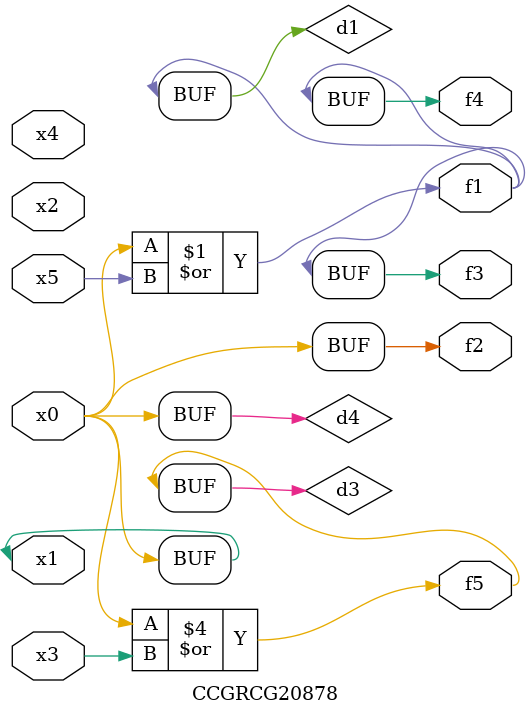
<source format=v>
module CCGRCG20878(
	input x0, x1, x2, x3, x4, x5,
	output f1, f2, f3, f4, f5
);

	wire d1, d2, d3, d4;

	or (d1, x0, x5);
	xnor (d2, x1, x4);
	or (d3, x0, x3);
	buf (d4, x0, x1);
	assign f1 = d1;
	assign f2 = d4;
	assign f3 = d1;
	assign f4 = d1;
	assign f5 = d3;
endmodule

</source>
